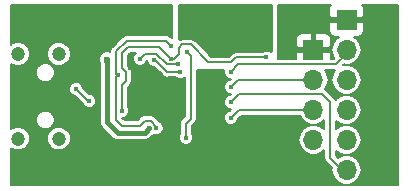
<source format=gbl>
G04 #@! TF.GenerationSoftware,KiCad,Pcbnew,5.0.1-33cea8e~68~ubuntu18.04.1*
G04 #@! TF.CreationDate,2018-11-24T10:41:29+01:00*
G04 #@! TF.ProjectId,FT230XQ_breakout,465432333058515F627265616B6F7574,rev?*
G04 #@! TF.SameCoordinates,Original*
G04 #@! TF.FileFunction,Copper,L2,Bot,Signal*
G04 #@! TF.FilePolarity,Positive*
%FSLAX46Y46*%
G04 Gerber Fmt 4.6, Leading zero omitted, Abs format (unit mm)*
G04 Created by KiCad (PCBNEW 5.0.1-33cea8e~68~ubuntu18.04.1) date za 24 nov 2018 10:41:29 CET*
%MOMM*%
%LPD*%
G01*
G04 APERTURE LIST*
G04 #@! TA.AperFunction,ComponentPad*
%ADD10C,1.200000*%
G04 #@! TD*
G04 #@! TA.AperFunction,ComponentPad*
%ADD11O,1.700000X1.700000*%
G04 #@! TD*
G04 #@! TA.AperFunction,ComponentPad*
%ADD12R,1.700000X1.700000*%
G04 #@! TD*
G04 #@! TA.AperFunction,ComponentPad*
%ADD13R,0.600000X0.600000*%
G04 #@! TD*
G04 #@! TA.AperFunction,ViaPad*
%ADD14C,0.600000*%
G04 #@! TD*
G04 #@! TA.AperFunction,ViaPad*
%ADD15C,0.400000*%
G04 #@! TD*
G04 #@! TA.AperFunction,ViaPad*
%ADD16C,0.550000*%
G04 #@! TD*
G04 #@! TA.AperFunction,Conductor*
%ADD17C,0.200000*%
G04 #@! TD*
G04 #@! TA.AperFunction,Conductor*
%ADD18C,0.400000*%
G04 #@! TD*
G04 #@! TA.AperFunction,Conductor*
%ADD19C,0.254000*%
G04 #@! TD*
G04 APERTURE END LIST*
D10*
G04 #@! TO.P,J1,S*
G04 #@! TO.N,Net-(C8-Pad1)*
X149825000Y-64425000D03*
X149825000Y-71575000D03*
X146375000Y-64425000D03*
X146375000Y-71575000D03*
G04 #@! TD*
D11*
G04 #@! TO.P,J2,6*
G04 #@! TO.N,/RTS*
X174190000Y-74220000D03*
G04 #@! TO.P,J2,5*
G04 #@! TO.N,/RXD*
X174190000Y-71680000D03*
G04 #@! TO.P,J2,4*
G04 #@! TO.N,/TXD*
X174190000Y-69140000D03*
G04 #@! TO.P,J2,3*
G04 #@! TO.N,+3V3*
X174190000Y-66600000D03*
G04 #@! TO.P,J2,2*
G04 #@! TO.N,/CTS*
X174190000Y-64060000D03*
D12*
G04 #@! TO.P,J2,1*
G04 #@! TO.N,GND*
X174190000Y-61520000D03*
G04 #@! TD*
D11*
G04 #@! TO.P,J3,4*
G04 #@! TO.N,+3V3*
X171390000Y-71680000D03*
G04 #@! TO.P,J3,3*
G04 #@! TO.N,/TXD*
X171390000Y-69140000D03*
G04 #@! TO.P,J3,2*
G04 #@! TO.N,/RXD*
X171390000Y-66600000D03*
D12*
G04 #@! TO.P,J3,1*
G04 #@! TO.N,GND*
X171390000Y-64060000D03*
G04 #@! TD*
D13*
G04 #@! TO.P,U2,TAB*
G04 #@! TO.N,VCC*
X164200000Y-62700000D03*
X164200000Y-62100000D03*
X163600000Y-62100000D03*
X163600000Y-62700000D03*
X163000000Y-62400000D03*
X164800000Y-62400000D03*
G04 #@! TD*
D14*
G04 #@! TO.N,GND*
X151000000Y-69800000D03*
X147700000Y-62400000D03*
D15*
X152100000Y-72700000D03*
D16*
X157300000Y-68300000D03*
X157300000Y-67100000D03*
X158500000Y-67100000D03*
X158500000Y-68300000D03*
D15*
X157700000Y-74900000D03*
D14*
X155900000Y-65500000D03*
X155900000Y-69400000D03*
X169000000Y-63400000D03*
X150400000Y-73900000D03*
D15*
G04 #@! TO.N,Net-(C2-Pad2)*
X151300000Y-67400000D03*
X152400000Y-68400000D03*
D14*
G04 #@! TO.N,VCC*
X153900000Y-64900000D03*
D15*
X154900000Y-71100000D03*
X157500000Y-70700000D03*
G04 #@! TO.N,/3v3int*
X155200000Y-69200000D03*
X159300000Y-64800000D03*
X167400000Y-64700000D03*
G04 #@! TO.N,/RTS*
X164400000Y-68500000D03*
G04 #@! TO.N,/RXD*
X164400000Y-67200000D03*
G04 #@! TO.N,/TXD*
X164400000Y-69800000D03*
G04 #@! TO.N,/CTS*
X164400000Y-65900000D03*
G04 #@! TO.N,/CBUS2*
X159300000Y-63700000D03*
X158100000Y-70700000D03*
X154800000Y-66200000D03*
G04 #@! TO.N,/CBUS1*
X160650000Y-64250000D03*
X160600000Y-71500000D03*
G04 #@! TO.N,Net-(R21-Pad1)*
X157900000Y-64900000D03*
X160100000Y-65900000D03*
G04 #@! TO.N,Net-(R22-Pad1)*
X156700000Y-64800000D03*
X159900000Y-65300000D03*
G04 #@! TD*
D17*
G04 #@! TO.N,Net-(C2-Pad2)*
X151300000Y-67400000D02*
X152300000Y-68400000D01*
X152300000Y-68400000D02*
X152400000Y-68400000D01*
D18*
G04 #@! TO.N,VCC*
X154800000Y-71100000D02*
X153900000Y-70200000D01*
X154900000Y-71100000D02*
X154800000Y-71100000D01*
X153900000Y-70200000D02*
X153900000Y-64900000D01*
X157500000Y-70700000D02*
X157100000Y-71100000D01*
X157100000Y-71100000D02*
X154900000Y-71100000D01*
D17*
G04 #@! TO.N,/3v3int*
X159300000Y-64800000D02*
X159600000Y-64800000D01*
X159600000Y-64800000D02*
X160000000Y-64400000D01*
X160000000Y-64400000D02*
X160000000Y-63900000D01*
X160000000Y-63900000D02*
X160300000Y-63600000D01*
X160300000Y-63600000D02*
X161000000Y-63600000D01*
X161000000Y-63600000D02*
X162500000Y-65100000D01*
X162500000Y-65100000D02*
X164400000Y-65100000D01*
X164400000Y-65100000D02*
X164800000Y-64700000D01*
X164800000Y-64700000D02*
X167400000Y-64700000D01*
X155200000Y-67000000D02*
X155200000Y-69200000D01*
X158300000Y-63800000D02*
X155700000Y-63800000D01*
X159300000Y-64800000D02*
X158300000Y-63800000D01*
X155700000Y-63800000D02*
X155200000Y-64300000D01*
X155500000Y-66700000D02*
X155200000Y-67000000D01*
X155200000Y-64300000D02*
X155200000Y-65600000D01*
X155200000Y-65600000D02*
X155500000Y-65900000D01*
X155500000Y-65900000D02*
X155500000Y-66700000D01*
G04 #@! TO.N,/RTS*
X174190000Y-74220000D02*
X173820000Y-74220000D01*
X173820000Y-74220000D02*
X172800000Y-73200000D01*
X172800000Y-73200000D02*
X172800000Y-68500000D01*
X172800000Y-68500000D02*
X172100000Y-67800000D01*
X172100000Y-67800000D02*
X165100000Y-67800000D01*
X165100000Y-67800000D02*
X164400000Y-68500000D01*
G04 #@! TO.N,/RXD*
X165000000Y-66600000D02*
X164400000Y-67200000D01*
X171390000Y-66600000D02*
X165000000Y-66600000D01*
G04 #@! TO.N,/TXD*
X165060000Y-69140000D02*
X164400000Y-69800000D01*
X171390000Y-69140000D02*
X165060000Y-69140000D01*
G04 #@! TO.N,/CTS*
X174190000Y-64060000D02*
X174190000Y-64410000D01*
X174190000Y-64410000D02*
X173300000Y-65300000D01*
X165000000Y-65300000D02*
X164400000Y-65900000D01*
X173300000Y-65300000D02*
X165000000Y-65300000D01*
G04 #@! TO.N,/CBUS2*
X156700000Y-70500000D02*
X157100000Y-70100000D01*
X154700000Y-70000000D02*
X155200000Y-70500000D01*
X154700000Y-66300000D02*
X154700000Y-70000000D01*
X154800000Y-66200000D02*
X154700000Y-66300000D01*
X155200000Y-70500000D02*
X156700000Y-70500000D01*
X157100000Y-70100000D02*
X157600000Y-70100000D01*
X158100000Y-70600000D02*
X158100000Y-70700000D01*
X154800000Y-66200000D02*
X154700000Y-66100000D01*
X157600000Y-70100000D02*
X158100000Y-70600000D01*
X158900000Y-63300000D02*
X159300000Y-63700000D01*
X154700000Y-66100000D02*
X154700000Y-64200000D01*
X154700000Y-64200000D02*
X155600000Y-63300000D01*
X155600000Y-63300000D02*
X158900000Y-63300000D01*
G04 #@! TO.N,/CBUS1*
X160650000Y-64250000D02*
X161000000Y-64600000D01*
X161000000Y-64600000D02*
X161000000Y-66600000D01*
X161000000Y-66600000D02*
X161000000Y-68900000D01*
X161000000Y-68900000D02*
X161000000Y-69900000D01*
X161000000Y-69900000D02*
X160600000Y-70300000D01*
X160600000Y-70300000D02*
X160600000Y-71500000D01*
G04 #@! TO.N,Net-(R21-Pad1)*
X160100000Y-65900000D02*
X159000000Y-65900000D01*
X159000000Y-65900000D02*
X158000000Y-64900000D01*
X158000000Y-64900000D02*
X157900000Y-64900000D01*
G04 #@! TO.N,Net-(R22-Pad1)*
X159000000Y-65300000D02*
X159900000Y-65300000D01*
X158100000Y-64400000D02*
X159000000Y-65300000D01*
X156700000Y-64800000D02*
X157100000Y-64400000D01*
X157100000Y-64400000D02*
X158100000Y-64400000D01*
G04 #@! TD*
G04 #@! TO.N,GND*
G36*
X159400000Y-63092894D02*
X159288376Y-62981270D01*
X159260480Y-62939520D01*
X159095090Y-62829011D01*
X158949243Y-62800000D01*
X158949241Y-62800000D01*
X158900000Y-62790205D01*
X158850759Y-62800000D01*
X155649240Y-62800000D01*
X155599999Y-62790205D01*
X155550758Y-62800000D01*
X155550757Y-62800000D01*
X155404910Y-62829011D01*
X155239520Y-62939520D01*
X155211625Y-62981268D01*
X154381268Y-63811626D01*
X154339521Y-63839520D01*
X154286593Y-63918733D01*
X154229012Y-64004910D01*
X154190205Y-64200000D01*
X154200001Y-64249246D01*
X154200001Y-64266589D01*
X154039239Y-64200000D01*
X153760761Y-64200000D01*
X153503482Y-64306568D01*
X153306568Y-64503482D01*
X153200000Y-64760761D01*
X153200000Y-65039239D01*
X153300001Y-65280664D01*
X153300000Y-70140914D01*
X153288247Y-70200000D01*
X153300000Y-70259086D01*
X153300000Y-70259090D01*
X153334813Y-70434107D01*
X153467425Y-70632575D01*
X153517521Y-70666049D01*
X154333953Y-71482481D01*
X154367425Y-71532575D01*
X154565892Y-71665187D01*
X154740909Y-71700000D01*
X154740913Y-71700000D01*
X154799999Y-71711753D01*
X154859086Y-71700000D01*
X157040914Y-71700000D01*
X157100000Y-71711753D01*
X157159086Y-71700000D01*
X157159091Y-71700000D01*
X157334108Y-71665187D01*
X157532575Y-71532575D01*
X157566048Y-71482479D01*
X157816515Y-71232013D01*
X157980653Y-71300000D01*
X158219347Y-71300000D01*
X158439873Y-71208656D01*
X158608656Y-71039873D01*
X158700000Y-70819347D01*
X158700000Y-70580653D01*
X158608656Y-70360127D01*
X158439873Y-70191344D01*
X158369161Y-70162055D01*
X157988376Y-69781270D01*
X157960480Y-69739520D01*
X157795090Y-69629011D01*
X157649243Y-69600000D01*
X157649241Y-69600000D01*
X157600000Y-69590205D01*
X157550759Y-69600000D01*
X157149240Y-69600000D01*
X157099999Y-69590205D01*
X157050758Y-69600000D01*
X157050757Y-69600000D01*
X156904910Y-69629011D01*
X156739520Y-69739520D01*
X156711625Y-69781268D01*
X156492894Y-70000000D01*
X155407107Y-70000000D01*
X155207106Y-69800000D01*
X155319347Y-69800000D01*
X155539873Y-69708656D01*
X155708656Y-69539873D01*
X155800000Y-69319347D01*
X155800000Y-69080653D01*
X155708656Y-68860127D01*
X155700000Y-68851471D01*
X155700000Y-67207106D01*
X155818729Y-67088377D01*
X155860480Y-67060480D01*
X155970989Y-66895090D01*
X156000000Y-66749243D01*
X156000000Y-66749242D01*
X156009795Y-66700001D01*
X156000000Y-66650759D01*
X156000000Y-65949241D01*
X156009795Y-65899999D01*
X155991852Y-65809795D01*
X155970989Y-65704910D01*
X155860480Y-65539520D01*
X155818730Y-65511624D01*
X155700000Y-65392894D01*
X155700000Y-64507106D01*
X155907107Y-64300000D01*
X156351471Y-64300000D01*
X156191344Y-64460127D01*
X156100000Y-64680653D01*
X156100000Y-64919347D01*
X156191344Y-65139873D01*
X156360127Y-65308656D01*
X156580653Y-65400000D01*
X156819347Y-65400000D01*
X157039873Y-65308656D01*
X157208656Y-65139873D01*
X157300000Y-64919347D01*
X157300000Y-65019347D01*
X157391344Y-65239873D01*
X157560127Y-65408656D01*
X157780653Y-65500000D01*
X157892894Y-65500000D01*
X158611625Y-66218732D01*
X158639520Y-66260480D01*
X158804909Y-66370988D01*
X158804910Y-66370989D01*
X159000000Y-66409796D01*
X159049246Y-66400000D01*
X159751471Y-66400000D01*
X159760127Y-66408656D01*
X159980653Y-66500000D01*
X160219347Y-66500000D01*
X160439873Y-66408656D01*
X160500001Y-66348528D01*
X160500001Y-66550753D01*
X160500000Y-66550758D01*
X160500001Y-68850753D01*
X160500000Y-68850758D01*
X160500001Y-69692893D01*
X160281270Y-69911624D01*
X160239520Y-69939520D01*
X160129011Y-70104911D01*
X160100000Y-70250757D01*
X160090205Y-70300000D01*
X160100000Y-70349242D01*
X160100001Y-71151470D01*
X160091344Y-71160127D01*
X160000000Y-71380653D01*
X160000000Y-71619347D01*
X160091344Y-71839873D01*
X160260127Y-72008656D01*
X160480653Y-72100000D01*
X160719347Y-72100000D01*
X160939873Y-72008656D01*
X161108656Y-71839873D01*
X161200000Y-71619347D01*
X161200000Y-71380653D01*
X161108656Y-71160127D01*
X161100000Y-71151471D01*
X161100000Y-70507106D01*
X161318732Y-70288375D01*
X161360480Y-70260480D01*
X161470989Y-70095090D01*
X161500000Y-69949243D01*
X161500000Y-69949242D01*
X161509795Y-69900001D01*
X161500000Y-69850760D01*
X161500000Y-65800000D01*
X163800000Y-65800000D01*
X163800000Y-66019347D01*
X163891344Y-66239873D01*
X164060127Y-66408656D01*
X164280653Y-66500000D01*
X164392893Y-66500000D01*
X164292894Y-66600000D01*
X164280653Y-66600000D01*
X164060127Y-66691344D01*
X163891344Y-66860127D01*
X163800000Y-67080653D01*
X163800000Y-67319347D01*
X163891344Y-67539873D01*
X164060127Y-67708656D01*
X164280653Y-67800000D01*
X164392894Y-67800000D01*
X164292894Y-67900000D01*
X164280653Y-67900000D01*
X164060127Y-67991344D01*
X163891344Y-68160127D01*
X163800000Y-68380653D01*
X163800000Y-68619347D01*
X163891344Y-68839873D01*
X164060127Y-69008656D01*
X164280653Y-69100000D01*
X164392893Y-69100000D01*
X164292894Y-69200000D01*
X164280653Y-69200000D01*
X164060127Y-69291344D01*
X163891344Y-69460127D01*
X163800000Y-69680653D01*
X163800000Y-69919347D01*
X163891344Y-70139873D01*
X164060127Y-70308656D01*
X164280653Y-70400000D01*
X164519347Y-70400000D01*
X164739873Y-70308656D01*
X164908656Y-70139873D01*
X165000000Y-69919347D01*
X165000000Y-69907106D01*
X165267107Y-69640000D01*
X170220729Y-69640000D01*
X170488801Y-70041199D01*
X170902275Y-70317473D01*
X171266891Y-70390000D01*
X171513109Y-70390000D01*
X171877725Y-70317473D01*
X172291199Y-70041199D01*
X172300001Y-70028026D01*
X172300001Y-70791973D01*
X172291199Y-70778801D01*
X171877725Y-70502527D01*
X171513109Y-70430000D01*
X171266891Y-70430000D01*
X170902275Y-70502527D01*
X170488801Y-70778801D01*
X170212527Y-71192275D01*
X170115512Y-71680000D01*
X170212527Y-72167725D01*
X170488801Y-72581199D01*
X170902275Y-72857473D01*
X171266891Y-72930000D01*
X171513109Y-72930000D01*
X171877725Y-72857473D01*
X172291199Y-72581199D01*
X172300000Y-72568027D01*
X172300000Y-73150759D01*
X172290205Y-73200000D01*
X172300000Y-73249241D01*
X172300000Y-73249242D01*
X172329011Y-73395089D01*
X172439520Y-73560480D01*
X172481270Y-73588376D01*
X172948260Y-74055366D01*
X172915512Y-74220000D01*
X173012527Y-74707725D01*
X173288801Y-75121199D01*
X173702275Y-75397473D01*
X174066891Y-75470000D01*
X174313109Y-75470000D01*
X174677725Y-75397473D01*
X175091199Y-75121199D01*
X175367473Y-74707725D01*
X175464488Y-74220000D01*
X175367473Y-73732275D01*
X175091199Y-73318801D01*
X174677725Y-73042527D01*
X174313109Y-72970000D01*
X174066891Y-72970000D01*
X173702275Y-73042527D01*
X173490882Y-73183775D01*
X173300000Y-72992894D01*
X173300000Y-72588682D01*
X173702275Y-72857473D01*
X174066891Y-72930000D01*
X174313109Y-72930000D01*
X174677725Y-72857473D01*
X175091199Y-72581199D01*
X175367473Y-72167725D01*
X175464488Y-71680000D01*
X175367473Y-71192275D01*
X175091199Y-70778801D01*
X174677725Y-70502527D01*
X174313109Y-70430000D01*
X174066891Y-70430000D01*
X173702275Y-70502527D01*
X173300000Y-70771318D01*
X173300000Y-70048682D01*
X173702275Y-70317473D01*
X174066891Y-70390000D01*
X174313109Y-70390000D01*
X174677725Y-70317473D01*
X175091199Y-70041199D01*
X175367473Y-69627725D01*
X175464488Y-69140000D01*
X175367473Y-68652275D01*
X175091199Y-68238801D01*
X174677725Y-67962527D01*
X174313109Y-67890000D01*
X174066891Y-67890000D01*
X173702275Y-67962527D01*
X173288801Y-68238801D01*
X173257809Y-68285184D01*
X173160480Y-68139520D01*
X173118732Y-68111625D01*
X172488376Y-67481270D01*
X172460480Y-67439520D01*
X172371941Y-67380360D01*
X172567473Y-67087725D01*
X172664488Y-66600000D01*
X172567473Y-66112275D01*
X172358818Y-65800000D01*
X173221182Y-65800000D01*
X173012527Y-66112275D01*
X172915512Y-66600000D01*
X173012527Y-67087725D01*
X173288801Y-67501199D01*
X173702275Y-67777473D01*
X174066891Y-67850000D01*
X174313109Y-67850000D01*
X174677725Y-67777473D01*
X175091199Y-67501199D01*
X175367473Y-67087725D01*
X175464488Y-66600000D01*
X175367473Y-66112275D01*
X175091199Y-65698801D01*
X174677725Y-65422527D01*
X174313109Y-65350000D01*
X174066891Y-65350000D01*
X173929846Y-65377260D01*
X174008684Y-65298422D01*
X174066891Y-65310000D01*
X174313109Y-65310000D01*
X174677725Y-65237473D01*
X175091199Y-64961199D01*
X175367473Y-64547725D01*
X175464488Y-64060000D01*
X175367473Y-63572275D01*
X175091199Y-63158801D01*
X174820611Y-62978000D01*
X175160939Y-62978000D01*
X175384405Y-62885437D01*
X175555438Y-62714404D01*
X175648000Y-62490938D01*
X175648000Y-61826000D01*
X175496000Y-61674000D01*
X174344000Y-61674000D01*
X174344000Y-61694000D01*
X174036000Y-61694000D01*
X174036000Y-61674000D01*
X172884000Y-61674000D01*
X172732000Y-61826000D01*
X172732000Y-62490938D01*
X172824562Y-62714404D01*
X172995595Y-62885437D01*
X173219061Y-62978000D01*
X173559389Y-62978000D01*
X173288801Y-63158801D01*
X173012527Y-63572275D01*
X172915512Y-64060000D01*
X173012527Y-64547725D01*
X173145764Y-64747129D01*
X173092894Y-64800000D01*
X172848000Y-64800000D01*
X172848000Y-64366000D01*
X172696000Y-64214000D01*
X171544000Y-64214000D01*
X171544000Y-64234000D01*
X171236000Y-64234000D01*
X171236000Y-64214000D01*
X170084000Y-64214000D01*
X169932000Y-64366000D01*
X169932000Y-64800000D01*
X168400000Y-64800000D01*
X168400000Y-63089062D01*
X169932000Y-63089062D01*
X169932000Y-63754000D01*
X170084000Y-63906000D01*
X171236000Y-63906000D01*
X171236000Y-62754000D01*
X171544000Y-62754000D01*
X171544000Y-63906000D01*
X172696000Y-63906000D01*
X172848000Y-63754000D01*
X172848000Y-63089062D01*
X172755438Y-62865596D01*
X172584405Y-62694563D01*
X172360939Y-62602000D01*
X171696000Y-62602000D01*
X171544000Y-62754000D01*
X171236000Y-62754000D01*
X171084000Y-62602000D01*
X170419061Y-62602000D01*
X170195595Y-62694563D01*
X170024562Y-62865596D01*
X169932000Y-63089062D01*
X168400000Y-63089062D01*
X168400000Y-60275000D01*
X172875158Y-60275000D01*
X172824562Y-60325596D01*
X172732000Y-60549062D01*
X172732000Y-61214000D01*
X172884000Y-61366000D01*
X174036000Y-61366000D01*
X174036000Y-61346000D01*
X174344000Y-61346000D01*
X174344000Y-61366000D01*
X175496000Y-61366000D01*
X175648000Y-61214000D01*
X175648000Y-60549062D01*
X175555438Y-60325596D01*
X175504842Y-60275000D01*
X178525001Y-60275000D01*
X178525000Y-75525000D01*
X145775000Y-75525000D01*
X145775000Y-72389213D01*
X145808546Y-72422759D01*
X146176088Y-72575000D01*
X146573912Y-72575000D01*
X146941454Y-72422759D01*
X147222759Y-72141454D01*
X147375000Y-71773912D01*
X147375000Y-71376088D01*
X148825000Y-71376088D01*
X148825000Y-71773912D01*
X148977241Y-72141454D01*
X149258546Y-72422759D01*
X149626088Y-72575000D01*
X150023912Y-72575000D01*
X150391454Y-72422759D01*
X150672759Y-72141454D01*
X150825000Y-71773912D01*
X150825000Y-71376088D01*
X150672759Y-71008546D01*
X150391454Y-70727241D01*
X150023912Y-70575000D01*
X149626088Y-70575000D01*
X149258546Y-70727241D01*
X148977241Y-71008546D01*
X148825000Y-71376088D01*
X147375000Y-71376088D01*
X147222759Y-71008546D01*
X146941454Y-70727241D01*
X146573912Y-70575000D01*
X146176088Y-70575000D01*
X145808546Y-70727241D01*
X145775000Y-70760787D01*
X145775000Y-69840870D01*
X147875000Y-69840870D01*
X147875000Y-70159130D01*
X147996793Y-70453164D01*
X148221836Y-70678207D01*
X148515870Y-70800000D01*
X148834130Y-70800000D01*
X149128164Y-70678207D01*
X149353207Y-70453164D01*
X149475000Y-70159130D01*
X149475000Y-69840870D01*
X149353207Y-69546836D01*
X149128164Y-69321793D01*
X148834130Y-69200000D01*
X148515870Y-69200000D01*
X148221836Y-69321793D01*
X147996793Y-69546836D01*
X147875000Y-69840870D01*
X145775000Y-69840870D01*
X145775000Y-67280653D01*
X150700000Y-67280653D01*
X150700000Y-67519347D01*
X150791344Y-67739873D01*
X150960127Y-67908656D01*
X151180653Y-68000000D01*
X151192894Y-68000000D01*
X151862055Y-68669162D01*
X151891344Y-68739873D01*
X152060127Y-68908656D01*
X152280653Y-69000000D01*
X152519347Y-69000000D01*
X152739873Y-68908656D01*
X152908656Y-68739873D01*
X153000000Y-68519347D01*
X153000000Y-68280653D01*
X152908656Y-68060127D01*
X152739873Y-67891344D01*
X152519347Y-67800000D01*
X152407107Y-67800000D01*
X151900000Y-67292894D01*
X151900000Y-67280653D01*
X151808656Y-67060127D01*
X151639873Y-66891344D01*
X151419347Y-66800000D01*
X151180653Y-66800000D01*
X150960127Y-66891344D01*
X150791344Y-67060127D01*
X150700000Y-67280653D01*
X145775000Y-67280653D01*
X145775000Y-65840870D01*
X147875000Y-65840870D01*
X147875000Y-66159130D01*
X147996793Y-66453164D01*
X148221836Y-66678207D01*
X148515870Y-66800000D01*
X148834130Y-66800000D01*
X149128164Y-66678207D01*
X149353207Y-66453164D01*
X149475000Y-66159130D01*
X149475000Y-65840870D01*
X149353207Y-65546836D01*
X149128164Y-65321793D01*
X148834130Y-65200000D01*
X148515870Y-65200000D01*
X148221836Y-65321793D01*
X147996793Y-65546836D01*
X147875000Y-65840870D01*
X145775000Y-65840870D01*
X145775000Y-65239213D01*
X145808546Y-65272759D01*
X146176088Y-65425000D01*
X146573912Y-65425000D01*
X146941454Y-65272759D01*
X147222759Y-64991454D01*
X147375000Y-64623912D01*
X147375000Y-64226088D01*
X148825000Y-64226088D01*
X148825000Y-64623912D01*
X148977241Y-64991454D01*
X149258546Y-65272759D01*
X149626088Y-65425000D01*
X150023912Y-65425000D01*
X150391454Y-65272759D01*
X150672759Y-64991454D01*
X150825000Y-64623912D01*
X150825000Y-64226088D01*
X150672759Y-63858546D01*
X150391454Y-63577241D01*
X150023912Y-63425000D01*
X149626088Y-63425000D01*
X149258546Y-63577241D01*
X148977241Y-63858546D01*
X148825000Y-64226088D01*
X147375000Y-64226088D01*
X147222759Y-63858546D01*
X146941454Y-63577241D01*
X146573912Y-63425000D01*
X146176088Y-63425000D01*
X145808546Y-63577241D01*
X145775000Y-63610787D01*
X145775000Y-60275000D01*
X159400000Y-60275000D01*
X159400000Y-63092894D01*
X159400000Y-63092894D01*
G37*
X159400000Y-63092894D02*
X159288376Y-62981270D01*
X159260480Y-62939520D01*
X159095090Y-62829011D01*
X158949243Y-62800000D01*
X158949241Y-62800000D01*
X158900000Y-62790205D01*
X158850759Y-62800000D01*
X155649240Y-62800000D01*
X155599999Y-62790205D01*
X155550758Y-62800000D01*
X155550757Y-62800000D01*
X155404910Y-62829011D01*
X155239520Y-62939520D01*
X155211625Y-62981268D01*
X154381268Y-63811626D01*
X154339521Y-63839520D01*
X154286593Y-63918733D01*
X154229012Y-64004910D01*
X154190205Y-64200000D01*
X154200001Y-64249246D01*
X154200001Y-64266589D01*
X154039239Y-64200000D01*
X153760761Y-64200000D01*
X153503482Y-64306568D01*
X153306568Y-64503482D01*
X153200000Y-64760761D01*
X153200000Y-65039239D01*
X153300001Y-65280664D01*
X153300000Y-70140914D01*
X153288247Y-70200000D01*
X153300000Y-70259086D01*
X153300000Y-70259090D01*
X153334813Y-70434107D01*
X153467425Y-70632575D01*
X153517521Y-70666049D01*
X154333953Y-71482481D01*
X154367425Y-71532575D01*
X154565892Y-71665187D01*
X154740909Y-71700000D01*
X154740913Y-71700000D01*
X154799999Y-71711753D01*
X154859086Y-71700000D01*
X157040914Y-71700000D01*
X157100000Y-71711753D01*
X157159086Y-71700000D01*
X157159091Y-71700000D01*
X157334108Y-71665187D01*
X157532575Y-71532575D01*
X157566048Y-71482479D01*
X157816515Y-71232013D01*
X157980653Y-71300000D01*
X158219347Y-71300000D01*
X158439873Y-71208656D01*
X158608656Y-71039873D01*
X158700000Y-70819347D01*
X158700000Y-70580653D01*
X158608656Y-70360127D01*
X158439873Y-70191344D01*
X158369161Y-70162055D01*
X157988376Y-69781270D01*
X157960480Y-69739520D01*
X157795090Y-69629011D01*
X157649243Y-69600000D01*
X157649241Y-69600000D01*
X157600000Y-69590205D01*
X157550759Y-69600000D01*
X157149240Y-69600000D01*
X157099999Y-69590205D01*
X157050758Y-69600000D01*
X157050757Y-69600000D01*
X156904910Y-69629011D01*
X156739520Y-69739520D01*
X156711625Y-69781268D01*
X156492894Y-70000000D01*
X155407107Y-70000000D01*
X155207106Y-69800000D01*
X155319347Y-69800000D01*
X155539873Y-69708656D01*
X155708656Y-69539873D01*
X155800000Y-69319347D01*
X155800000Y-69080653D01*
X155708656Y-68860127D01*
X155700000Y-68851471D01*
X155700000Y-67207106D01*
X155818729Y-67088377D01*
X155860480Y-67060480D01*
X155970989Y-66895090D01*
X156000000Y-66749243D01*
X156000000Y-66749242D01*
X156009795Y-66700001D01*
X156000000Y-66650759D01*
X156000000Y-65949241D01*
X156009795Y-65899999D01*
X155991852Y-65809795D01*
X155970989Y-65704910D01*
X155860480Y-65539520D01*
X155818730Y-65511624D01*
X155700000Y-65392894D01*
X155700000Y-64507106D01*
X155907107Y-64300000D01*
X156351471Y-64300000D01*
X156191344Y-64460127D01*
X156100000Y-64680653D01*
X156100000Y-64919347D01*
X156191344Y-65139873D01*
X156360127Y-65308656D01*
X156580653Y-65400000D01*
X156819347Y-65400000D01*
X157039873Y-65308656D01*
X157208656Y-65139873D01*
X157300000Y-64919347D01*
X157300000Y-65019347D01*
X157391344Y-65239873D01*
X157560127Y-65408656D01*
X157780653Y-65500000D01*
X157892894Y-65500000D01*
X158611625Y-66218732D01*
X158639520Y-66260480D01*
X158804909Y-66370988D01*
X158804910Y-66370989D01*
X159000000Y-66409796D01*
X159049246Y-66400000D01*
X159751471Y-66400000D01*
X159760127Y-66408656D01*
X159980653Y-66500000D01*
X160219347Y-66500000D01*
X160439873Y-66408656D01*
X160500001Y-66348528D01*
X160500001Y-66550753D01*
X160500000Y-66550758D01*
X160500001Y-68850753D01*
X160500000Y-68850758D01*
X160500001Y-69692893D01*
X160281270Y-69911624D01*
X160239520Y-69939520D01*
X160129011Y-70104911D01*
X160100000Y-70250757D01*
X160090205Y-70300000D01*
X160100000Y-70349242D01*
X160100001Y-71151470D01*
X160091344Y-71160127D01*
X160000000Y-71380653D01*
X160000000Y-71619347D01*
X160091344Y-71839873D01*
X160260127Y-72008656D01*
X160480653Y-72100000D01*
X160719347Y-72100000D01*
X160939873Y-72008656D01*
X161108656Y-71839873D01*
X161200000Y-71619347D01*
X161200000Y-71380653D01*
X161108656Y-71160127D01*
X161100000Y-71151471D01*
X161100000Y-70507106D01*
X161318732Y-70288375D01*
X161360480Y-70260480D01*
X161470989Y-70095090D01*
X161500000Y-69949243D01*
X161500000Y-69949242D01*
X161509795Y-69900001D01*
X161500000Y-69850760D01*
X161500000Y-65800000D01*
X163800000Y-65800000D01*
X163800000Y-66019347D01*
X163891344Y-66239873D01*
X164060127Y-66408656D01*
X164280653Y-66500000D01*
X164392893Y-66500000D01*
X164292894Y-66600000D01*
X164280653Y-66600000D01*
X164060127Y-66691344D01*
X163891344Y-66860127D01*
X163800000Y-67080653D01*
X163800000Y-67319347D01*
X163891344Y-67539873D01*
X164060127Y-67708656D01*
X164280653Y-67800000D01*
X164392894Y-67800000D01*
X164292894Y-67900000D01*
X164280653Y-67900000D01*
X164060127Y-67991344D01*
X163891344Y-68160127D01*
X163800000Y-68380653D01*
X163800000Y-68619347D01*
X163891344Y-68839873D01*
X164060127Y-69008656D01*
X164280653Y-69100000D01*
X164392893Y-69100000D01*
X164292894Y-69200000D01*
X164280653Y-69200000D01*
X164060127Y-69291344D01*
X163891344Y-69460127D01*
X163800000Y-69680653D01*
X163800000Y-69919347D01*
X163891344Y-70139873D01*
X164060127Y-70308656D01*
X164280653Y-70400000D01*
X164519347Y-70400000D01*
X164739873Y-70308656D01*
X164908656Y-70139873D01*
X165000000Y-69919347D01*
X165000000Y-69907106D01*
X165267107Y-69640000D01*
X170220729Y-69640000D01*
X170488801Y-70041199D01*
X170902275Y-70317473D01*
X171266891Y-70390000D01*
X171513109Y-70390000D01*
X171877725Y-70317473D01*
X172291199Y-70041199D01*
X172300001Y-70028026D01*
X172300001Y-70791973D01*
X172291199Y-70778801D01*
X171877725Y-70502527D01*
X171513109Y-70430000D01*
X171266891Y-70430000D01*
X170902275Y-70502527D01*
X170488801Y-70778801D01*
X170212527Y-71192275D01*
X170115512Y-71680000D01*
X170212527Y-72167725D01*
X170488801Y-72581199D01*
X170902275Y-72857473D01*
X171266891Y-72930000D01*
X171513109Y-72930000D01*
X171877725Y-72857473D01*
X172291199Y-72581199D01*
X172300000Y-72568027D01*
X172300000Y-73150759D01*
X172290205Y-73200000D01*
X172300000Y-73249241D01*
X172300000Y-73249242D01*
X172329011Y-73395089D01*
X172439520Y-73560480D01*
X172481270Y-73588376D01*
X172948260Y-74055366D01*
X172915512Y-74220000D01*
X173012527Y-74707725D01*
X173288801Y-75121199D01*
X173702275Y-75397473D01*
X174066891Y-75470000D01*
X174313109Y-75470000D01*
X174677725Y-75397473D01*
X175091199Y-75121199D01*
X175367473Y-74707725D01*
X175464488Y-74220000D01*
X175367473Y-73732275D01*
X175091199Y-73318801D01*
X174677725Y-73042527D01*
X174313109Y-72970000D01*
X174066891Y-72970000D01*
X173702275Y-73042527D01*
X173490882Y-73183775D01*
X173300000Y-72992894D01*
X173300000Y-72588682D01*
X173702275Y-72857473D01*
X174066891Y-72930000D01*
X174313109Y-72930000D01*
X174677725Y-72857473D01*
X175091199Y-72581199D01*
X175367473Y-72167725D01*
X175464488Y-71680000D01*
X175367473Y-71192275D01*
X175091199Y-70778801D01*
X174677725Y-70502527D01*
X174313109Y-70430000D01*
X174066891Y-70430000D01*
X173702275Y-70502527D01*
X173300000Y-70771318D01*
X173300000Y-70048682D01*
X173702275Y-70317473D01*
X174066891Y-70390000D01*
X174313109Y-70390000D01*
X174677725Y-70317473D01*
X175091199Y-70041199D01*
X175367473Y-69627725D01*
X175464488Y-69140000D01*
X175367473Y-68652275D01*
X175091199Y-68238801D01*
X174677725Y-67962527D01*
X174313109Y-67890000D01*
X174066891Y-67890000D01*
X173702275Y-67962527D01*
X173288801Y-68238801D01*
X173257809Y-68285184D01*
X173160480Y-68139520D01*
X173118732Y-68111625D01*
X172488376Y-67481270D01*
X172460480Y-67439520D01*
X172371941Y-67380360D01*
X172567473Y-67087725D01*
X172664488Y-66600000D01*
X172567473Y-66112275D01*
X172358818Y-65800000D01*
X173221182Y-65800000D01*
X173012527Y-66112275D01*
X172915512Y-66600000D01*
X173012527Y-67087725D01*
X173288801Y-67501199D01*
X173702275Y-67777473D01*
X174066891Y-67850000D01*
X174313109Y-67850000D01*
X174677725Y-67777473D01*
X175091199Y-67501199D01*
X175367473Y-67087725D01*
X175464488Y-66600000D01*
X175367473Y-66112275D01*
X175091199Y-65698801D01*
X174677725Y-65422527D01*
X174313109Y-65350000D01*
X174066891Y-65350000D01*
X173929846Y-65377260D01*
X174008684Y-65298422D01*
X174066891Y-65310000D01*
X174313109Y-65310000D01*
X174677725Y-65237473D01*
X175091199Y-64961199D01*
X175367473Y-64547725D01*
X175464488Y-64060000D01*
X175367473Y-63572275D01*
X175091199Y-63158801D01*
X174820611Y-62978000D01*
X175160939Y-62978000D01*
X175384405Y-62885437D01*
X175555438Y-62714404D01*
X175648000Y-62490938D01*
X175648000Y-61826000D01*
X175496000Y-61674000D01*
X174344000Y-61674000D01*
X174344000Y-61694000D01*
X174036000Y-61694000D01*
X174036000Y-61674000D01*
X172884000Y-61674000D01*
X172732000Y-61826000D01*
X172732000Y-62490938D01*
X172824562Y-62714404D01*
X172995595Y-62885437D01*
X173219061Y-62978000D01*
X173559389Y-62978000D01*
X173288801Y-63158801D01*
X173012527Y-63572275D01*
X172915512Y-64060000D01*
X173012527Y-64547725D01*
X173145764Y-64747129D01*
X173092894Y-64800000D01*
X172848000Y-64800000D01*
X172848000Y-64366000D01*
X172696000Y-64214000D01*
X171544000Y-64214000D01*
X171544000Y-64234000D01*
X171236000Y-64234000D01*
X171236000Y-64214000D01*
X170084000Y-64214000D01*
X169932000Y-64366000D01*
X169932000Y-64800000D01*
X168400000Y-64800000D01*
X168400000Y-63089062D01*
X169932000Y-63089062D01*
X169932000Y-63754000D01*
X170084000Y-63906000D01*
X171236000Y-63906000D01*
X171236000Y-62754000D01*
X171544000Y-62754000D01*
X171544000Y-63906000D01*
X172696000Y-63906000D01*
X172848000Y-63754000D01*
X172848000Y-63089062D01*
X172755438Y-62865596D01*
X172584405Y-62694563D01*
X172360939Y-62602000D01*
X171696000Y-62602000D01*
X171544000Y-62754000D01*
X171236000Y-62754000D01*
X171084000Y-62602000D01*
X170419061Y-62602000D01*
X170195595Y-62694563D01*
X170024562Y-62865596D01*
X169932000Y-63089062D01*
X168400000Y-63089062D01*
X168400000Y-60275000D01*
X172875158Y-60275000D01*
X172824562Y-60325596D01*
X172732000Y-60549062D01*
X172732000Y-61214000D01*
X172884000Y-61366000D01*
X174036000Y-61366000D01*
X174036000Y-61346000D01*
X174344000Y-61346000D01*
X174344000Y-61366000D01*
X175496000Y-61366000D01*
X175648000Y-61214000D01*
X175648000Y-60549062D01*
X175555438Y-60325596D01*
X175504842Y-60275000D01*
X178525001Y-60275000D01*
X178525000Y-75525000D01*
X145775000Y-75525000D01*
X145775000Y-72389213D01*
X145808546Y-72422759D01*
X146176088Y-72575000D01*
X146573912Y-72575000D01*
X146941454Y-72422759D01*
X147222759Y-72141454D01*
X147375000Y-71773912D01*
X147375000Y-71376088D01*
X148825000Y-71376088D01*
X148825000Y-71773912D01*
X148977241Y-72141454D01*
X149258546Y-72422759D01*
X149626088Y-72575000D01*
X150023912Y-72575000D01*
X150391454Y-72422759D01*
X150672759Y-72141454D01*
X150825000Y-71773912D01*
X150825000Y-71376088D01*
X150672759Y-71008546D01*
X150391454Y-70727241D01*
X150023912Y-70575000D01*
X149626088Y-70575000D01*
X149258546Y-70727241D01*
X148977241Y-71008546D01*
X148825000Y-71376088D01*
X147375000Y-71376088D01*
X147222759Y-71008546D01*
X146941454Y-70727241D01*
X146573912Y-70575000D01*
X146176088Y-70575000D01*
X145808546Y-70727241D01*
X145775000Y-70760787D01*
X145775000Y-69840870D01*
X147875000Y-69840870D01*
X147875000Y-70159130D01*
X147996793Y-70453164D01*
X148221836Y-70678207D01*
X148515870Y-70800000D01*
X148834130Y-70800000D01*
X149128164Y-70678207D01*
X149353207Y-70453164D01*
X149475000Y-70159130D01*
X149475000Y-69840870D01*
X149353207Y-69546836D01*
X149128164Y-69321793D01*
X148834130Y-69200000D01*
X148515870Y-69200000D01*
X148221836Y-69321793D01*
X147996793Y-69546836D01*
X147875000Y-69840870D01*
X145775000Y-69840870D01*
X145775000Y-67280653D01*
X150700000Y-67280653D01*
X150700000Y-67519347D01*
X150791344Y-67739873D01*
X150960127Y-67908656D01*
X151180653Y-68000000D01*
X151192894Y-68000000D01*
X151862055Y-68669162D01*
X151891344Y-68739873D01*
X152060127Y-68908656D01*
X152280653Y-69000000D01*
X152519347Y-69000000D01*
X152739873Y-68908656D01*
X152908656Y-68739873D01*
X153000000Y-68519347D01*
X153000000Y-68280653D01*
X152908656Y-68060127D01*
X152739873Y-67891344D01*
X152519347Y-67800000D01*
X152407107Y-67800000D01*
X151900000Y-67292894D01*
X151900000Y-67280653D01*
X151808656Y-67060127D01*
X151639873Y-66891344D01*
X151419347Y-66800000D01*
X151180653Y-66800000D01*
X150960127Y-66891344D01*
X150791344Y-67060127D01*
X150700000Y-67280653D01*
X145775000Y-67280653D01*
X145775000Y-65840870D01*
X147875000Y-65840870D01*
X147875000Y-66159130D01*
X147996793Y-66453164D01*
X148221836Y-66678207D01*
X148515870Y-66800000D01*
X148834130Y-66800000D01*
X149128164Y-66678207D01*
X149353207Y-66453164D01*
X149475000Y-66159130D01*
X149475000Y-65840870D01*
X149353207Y-65546836D01*
X149128164Y-65321793D01*
X148834130Y-65200000D01*
X148515870Y-65200000D01*
X148221836Y-65321793D01*
X147996793Y-65546836D01*
X147875000Y-65840870D01*
X145775000Y-65840870D01*
X145775000Y-65239213D01*
X145808546Y-65272759D01*
X146176088Y-65425000D01*
X146573912Y-65425000D01*
X146941454Y-65272759D01*
X147222759Y-64991454D01*
X147375000Y-64623912D01*
X147375000Y-64226088D01*
X148825000Y-64226088D01*
X148825000Y-64623912D01*
X148977241Y-64991454D01*
X149258546Y-65272759D01*
X149626088Y-65425000D01*
X150023912Y-65425000D01*
X150391454Y-65272759D01*
X150672759Y-64991454D01*
X150825000Y-64623912D01*
X150825000Y-64226088D01*
X150672759Y-63858546D01*
X150391454Y-63577241D01*
X150023912Y-63425000D01*
X149626088Y-63425000D01*
X149258546Y-63577241D01*
X148977241Y-63858546D01*
X148825000Y-64226088D01*
X147375000Y-64226088D01*
X147222759Y-63858546D01*
X146941454Y-63577241D01*
X146573912Y-63425000D01*
X146176088Y-63425000D01*
X145808546Y-63577241D01*
X145775000Y-63610787D01*
X145775000Y-60275000D01*
X159400000Y-60275000D01*
X159400000Y-63092894D01*
D19*
G04 #@! TO.N,VCC*
G36*
X167773000Y-64186288D02*
X167755167Y-64168455D01*
X167524718Y-64073000D01*
X167275282Y-64073000D01*
X167044833Y-64168455D01*
X167040288Y-64173000D01*
X164851897Y-64173000D01*
X164799999Y-64162677D01*
X164748101Y-64173000D01*
X164748097Y-64173000D01*
X164594375Y-64203577D01*
X164420055Y-64320055D01*
X164390655Y-64364055D01*
X164181710Y-64573000D01*
X162718290Y-64573000D01*
X161409345Y-63264055D01*
X161379945Y-63220055D01*
X161205625Y-63103577D01*
X161051903Y-63073000D01*
X161051898Y-63073000D01*
X161000000Y-63062677D01*
X160948102Y-63073000D01*
X160351897Y-63073000D01*
X160299999Y-63062677D01*
X160248101Y-63073000D01*
X160248097Y-63073000D01*
X160094375Y-63103577D01*
X160027000Y-63148596D01*
X160027000Y-60302000D01*
X167773000Y-60302000D01*
X167773000Y-64186288D01*
X167773000Y-64186288D01*
G37*
X167773000Y-64186288D02*
X167755167Y-64168455D01*
X167524718Y-64073000D01*
X167275282Y-64073000D01*
X167044833Y-64168455D01*
X167040288Y-64173000D01*
X164851897Y-64173000D01*
X164799999Y-64162677D01*
X164748101Y-64173000D01*
X164748097Y-64173000D01*
X164594375Y-64203577D01*
X164420055Y-64320055D01*
X164390655Y-64364055D01*
X164181710Y-64573000D01*
X162718290Y-64573000D01*
X161409345Y-63264055D01*
X161379945Y-63220055D01*
X161205625Y-63103577D01*
X161051903Y-63073000D01*
X161051898Y-63073000D01*
X161000000Y-63062677D01*
X160948102Y-63073000D01*
X160351897Y-63073000D01*
X160299999Y-63062677D01*
X160248101Y-63073000D01*
X160248097Y-63073000D01*
X160094375Y-63103577D01*
X160027000Y-63148596D01*
X160027000Y-60302000D01*
X167773000Y-60302000D01*
X167773000Y-64186288D01*
G04 #@! TD*
M02*

</source>
